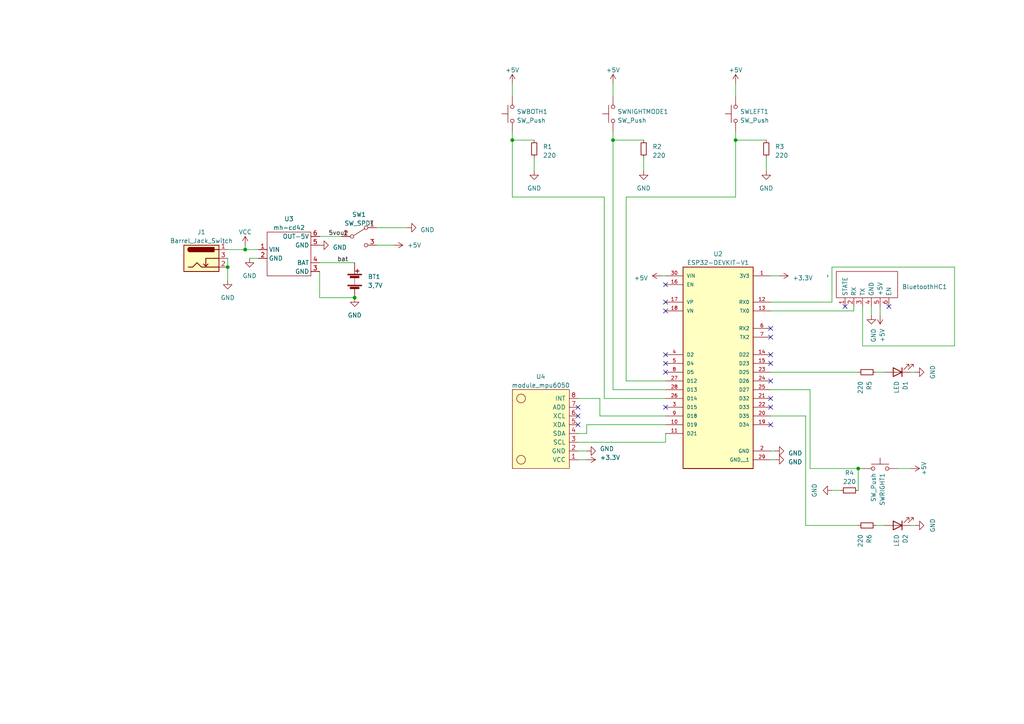
<source format=kicad_sch>
(kicad_sch (version 20230121) (generator eeschema)
  (paper "A4")
  (title_block (title "Control Remoto del Dispositivo UN Shiny Bike") (date "2023-05-24") (rev "1"))
  (lib_symbols
    (symbol "Connector:Barrel_Jack_Switch" (pin_names hide)
      (property "Reference" "J" (at 0 5.334 0))
      (property "Value" "Barrel_Jack_Switch" (at 0 -5.08 0))
      (symbol "Barrel_Jack_Switch_0_1"
        (rectangle (start -5.08 3.81) (end 5.08 -3.81) (stroke (width 0.254)) (fill (type background)))
        (arc (start -3.302 3.175) (mid -3.9343 2.54) (end -3.302 1.905) (stroke (width 0.254)))
        (arc (start -3.302 3.175) (mid -3.9343 2.54) (end -3.302 1.905) (stroke (width 0.254)) (fill (type outline)))
        (polyline (pts (xy 1.27 -2.286) (xy 1.905 -1.651)) (stroke (width 0.254)))
        (polyline (pts (xy 5.08 2.54) (xy 3.81 2.54)) (stroke (width 0.254)))
        (polyline (pts (xy 5.08 0) (xy 1.27 0) (xy 1.27 -2.286) (xy 0.635 -1.651)) (stroke (width 0.254)))
        (polyline (pts (xy -3.81 -2.54) (xy -2.54 -2.54) (xy -1.27 -1.27) (xy 0 -2.54) (xy 2.54 -2.54) (xy 5.08 -2.54)) (stroke (width 0.254)))
        (rectangle (start 3.683 3.175) (end -3.302 1.905) (stroke (width 0.254)) (fill (type outline)))
      )
      (symbol "Barrel_Jack_Switch_1_1"
        (pin passive line (at 7.62 2.54 180) (length 2.54) (name "~") (number "1"))
        (pin passive line (at 7.62 -2.54 180) (length 2.54) (name "~") (number "2"))
        (pin passive line (at 7.62 0 180) (length 2.54) (name "~") (number "3"))
      )
    )
    (symbol "Device:Battery" (pin_numbers hide) (pin_names (offset 0) hide)
      (property "Reference" "BT" (at 2.54 2.54 0))
      (property "Value" "Battery" (at 2.54 0 0))
      (symbol "Battery_0_1"
        (rectangle (start -2.032 -1.397) (end 2.032 -1.651) (fill (type outline)))
        (rectangle (start -2.032 1.778) (end 2.032 1.524) (fill (type outline)))
        (rectangle (start -1.3208 -1.9812) (end 1.27 -2.4892) (fill (type outline)))
        (rectangle (start -1.3208 1.1938) (end 1.27 0.6858) (fill (type outline)))
        (polyline (pts (xy 0 -1.524) (xy 0 -1.27)))
        (polyline (pts (xy 0 -1.016) (xy 0 -0.762)))
        (polyline (pts (xy 0 -0.508) (xy 0 -0.254)))
        (polyline (pts (xy 0 0) (xy 0 0.254)))
        (polyline (pts (xy 0 0.508) (xy 0 0.762)))
        (polyline (pts (xy 0 1.778) (xy 0 2.54)))
        (polyline (pts (xy 0.254 2.667) (xy 1.27 2.667)) (stroke (width 0.254)))
        (polyline (pts (xy 0.762 3.175) (xy 0.762 2.159)) (stroke (width 0.254)))
      )
      (symbol "Battery_1_1"
        (pin passive line (at 0 5.08 270) (length 2.54) (name "+") (number "1"))
        (pin passive line (at 0 -5.08 90) (length 2.54) (name "-") (number "2"))
      )
    )
    (symbol "Device:LED" (pin_numbers hide) (pin_names (offset 1.016) hide)
      (property "Reference" "D" (at 0 2.54 0))
      (property "Value" "LED" (at 0 -2.54 0))
      (symbol "LED_0_1"
        (polyline (pts (xy -1.27 -1.27) (xy -1.27 1.27)) (stroke (width 0.254)))
        (polyline (pts (xy -1.27 0) (xy 1.27 0)))
        (polyline (pts (xy 1.27 -1.27) (xy 1.27 1.27) (xy -1.27 0) (xy 1.27 -1.27)) (stroke (width 0.254)))
        (polyline (pts (xy -3.048 -0.762) (xy -4.572 -2.286) (xy -3.81 -2.286) (xy -4.572 -2.286) (xy -4.572 -1.524)))
        (polyline (pts (xy -1.778 -0.762) (xy -3.302 -2.286) (xy -2.54 -2.286) (xy -3.302 -2.286) (xy -3.302 -1.524)))
      )
      (symbol "LED_1_1"
        (pin passive line (at -3.81 0 0) (length 2.54) (name "K") (number "1"))
        (pin passive line (at 3.81 0 180) (length 2.54) (name "A") (number "2"))
      )
    )
    (symbol "Device:R_Small" (pin_numbers hide) (pin_names (offset 0.254) hide)
      (property "Reference" "R" (at 0.762 0.508 0))
      (property "Value" "R_Small" (at 0.762 -1.016 0))
      (symbol "R_Small_0_1"
        (rectangle (start -0.762 1.778) (end 0.762 -1.778) (stroke (width 0.2032)))
      )
      (symbol "R_Small_1_1"
        (pin passive line (at 0 2.54 270) (length 0.762) (name "~") (number "1"))
        (pin passive line (at 0 -2.54 90) (length 0.762) (name "~") (number "2"))
      )
    )
    (symbol "ESP32-DEVKIT-V1:ESP32-DEVKIT-V1" (pin_names (offset 1.016))
      (property "Reference" "U" (at -10.16 30.48 0))
      (property "Value" "ESP32-DEVKIT-V1" (at -10.16 -33.02 0))
      (symbol "ESP32-DEVKIT-V1_0_0"
        (rectangle (start -10.16 -30.48) (end 10.16 27.94) (stroke (width 0.254)) (fill (type background)))
        (pin output line (at 15.24 25.4 180) (length 5.08) (name "3V3") (number "1"))
        (pin bidirectional line (at -15.24 -17.78 0) (length 5.08) (name "D19") (number "10"))
        (pin bidirectional line (at -15.24 -20.32 0) (length 5.08) (name "D21") (number "11"))
        (pin input line (at 15.24 17.78 180) (length 5.08) (name "RX0") (number "12"))
        (pin output line (at 15.24 15.24 180) (length 5.08) (name "TX0") (number "13"))
        (pin bidirectional line (at 15.24 2.54 180) (length 5.08) (name "D22") (number "14"))
        (pin bidirectional line (at 15.24 0 180) (length 5.08) (name "D23") (number "15"))
        (pin input line (at -15.24 22.86 0) (length 5.08) (name "EN") (number "16"))
        (pin bidirectional line (at -15.24 17.78 0) (length 5.08) (name "VP") (number "17"))
        (pin bidirectional line (at -15.24 15.24 0) (length 5.08) (name "VN") (number "18"))
        (pin bidirectional line (at 15.24 -17.78 180) (length 5.08) (name "D34") (number "19"))
        (pin power_in line (at 15.24 -25.4 180) (length 5.08) (name "GND") (number "2"))
        (pin bidirectional line (at 15.24 -15.24 180) (length 5.08) (name "D35") (number "20"))
        (pin bidirectional line (at 15.24 -10.16 180) (length 5.08) (name "D32") (number "21"))
        (pin bidirectional line (at 15.24 -12.7 180) (length 5.08) (name "D33") (number "22"))
        (pin bidirectional line (at 15.24 -2.54 180) (length 5.08) (name "D25") (number "23"))
        (pin bidirectional line (at 15.24 -5.08 180) (length 5.08) (name "D26") (number "24"))
        (pin bidirectional line (at 15.24 -7.62 180) (length 5.08) (name "D27") (number "25"))
        (pin bidirectional line (at -15.24 -10.16 0) (length 5.08) (name "D14") (number "26"))
        (pin bidirectional line (at -15.24 -5.08 0) (length 5.08) (name "D12") (number "27"))
        (pin bidirectional line (at -15.24 -7.62 0) (length 5.08) (name "D13") (number "28"))
        (pin power_in line (at 15.24 -27.94 180) (length 5.08) (name "GND__1") (number "29"))
        (pin bidirectional line (at -15.24 -12.7 0) (length 5.08) (name "D15") (number "3"))
        (pin input line (at -15.24 25.4 0) (length 5.08) (name "VIN") (number "30"))
        (pin bidirectional line (at -15.24 2.54 0) (length 5.08) (name "D2") (number "4"))
        (pin bidirectional line (at -15.24 0 0) (length 5.08) (name "D4") (number "5"))
        (pin input line (at 15.24 10.16 180) (length 5.08) (name "RX2") (number "6"))
        (pin output line (at 15.24 7.62 180) (length 5.08) (name "TX2") (number "7"))
        (pin bidirectional line (at -15.24 -2.54 0) (length 5.08) (name "D5") (number "8"))
        (pin bidirectional line (at -15.24 -15.24 0) (length 5.08) (name "D18") (number "9"))
      )
    )
    (symbol "Switch:SW_Push" (pin_numbers hide) (pin_names (offset 1.016) hide)
      (property "Reference" "SW" (at 1.27 2.54 0))
      (property "Value" "SW_Push" (at 0 -1.524 0))
      (symbol "SW_Push_0_1"
        (circle (center -2.032 0) (radius 0.508))
        (polyline (pts (xy 0 1.27) (xy 0 3.048)))
        (polyline (pts (xy 2.54 1.27) (xy -2.54 1.27)))
        (circle (center 2.032 0) (radius 0.508))
        (pin passive line (at -5.08 0 0) (length 2.54) (name "1") (number "1"))
        (pin passive line (at 5.08 0 180) (length 2.54) (name "2") (number "2"))
      )
    )
    (symbol "Switch:SW_SPDT" (pin_names (offset 0) hide)
      (property "Reference" "SW" (at 0 4.318 0))
      (property "Value" "SW_SPDT" (at 0 -5.08 0))
      (symbol "SW_SPDT_0_0"
        (circle (center -2.032 0) (radius 0.508))
        (circle (center 2.032 -2.54) (radius 0.508))
      )
      (symbol "SW_SPDT_0_1"
        (polyline (pts (xy -1.524 0.254) (xy 1.651 2.286)))
        (circle (center 2.032 2.54) (radius 0.508))
      )
      (symbol "SW_SPDT_1_1"
        (pin passive line (at 5.08 2.54 180) (length 2.54) (name "A") (number "1"))
        (pin passive line (at -5.08 0 0) (length 2.54) (name "B") (number "2"))
        (pin passive line (at 5.08 -2.54 180) (length 2.54) (name "C") (number "3"))
      )
    )
    (symbol "cd42:mh-cd42"
      (property "Reference" "U" (at 0 7.62 0))
      (property "Value" "mh-cd42" (at 0 -7.62 0))
      (symbol "mh-cd42_0_1"
        (rectangle (start -6.35 6.35) (end 6.35 -6.35))
      )
      (symbol "mh-cd42_1_1"
        (pin power_in line (at -8.89 1.27 0) (length 2.54) (name "VIN") (number "1"))
        (pin passive line (at -8.89 -1.27 0) (length 2.54) (name "GND") (number "2"))
        (pin passive line (at 8.89 -5.08 180) (length 2.54) (name "GND") (number "3"))
        (pin passive line (at 8.89 -2.54 180) (length 2.54) (name "BAT") (number "4"))
        (pin passive line (at 8.89 2.54 180) (length 2.54) (name "GND") (number "5"))
        (pin power_out line (at 8.89 5.08 180) (length 2.54) (name "OUT-5V") (number "6"))
      )
    )
    (symbol "hc-05:hc-05"
      (property "Reference" "BluetoothHC05" (at 0 0 0))
      (symbol "hc-05_0_1"
        (rectangle (start -6.35 -2.54) (end 1.27 -20.32))
      )
      (symbol "hc-05_1_1"
        (pin input line (at -8.89 -5.08 0) (length 2.54) (name "STATE") (number "1"))
        (pin input line (at -8.89 -7.62 0) (length 2.54) (name "RX") (number "2"))
        (pin input line (at -8.89 -10.16 0) (length 2.54) (name "TX") (number "3"))
        (pin input line (at -8.89 -12.7 0) (length 2.54) (name "GND") (number "4"))
        (pin input line (at -8.89 -15.24 0) (length 2.54) (name "+5V") (number "5"))
        (pin input line (at -8.89 -17.78 0) (length 2.54) (name "EN") (number "6"))
      )
    )
    (symbol "power:+3.3V" (power) (pin_names (offset 0))
      (property "Value" "+3.3V" (at 0 3.556 0))
      (symbol "+3.3V_0_1"
        (polyline (pts (xy -0.762 1.27) (xy 0 2.54)))
        (polyline (pts (xy 0 0) (xy 0 2.54)))
        (polyline (pts (xy 0 2.54) (xy 0.762 1.27)))
      )
      (symbol "+3.3V_1_1"
        (pin power_in line (at 0 0 90) (length 0) hide (name "+3.3V") (number "1"))
      )
    )
    (symbol "power:+5V" (power) (pin_names (offset 0))
      (property "Value" "+5V" (at 0 3.556 0))
      (symbol "+5V_0_1"
        (polyline (pts (xy -0.762 1.27) (xy 0 2.54)))
        (polyline (pts (xy 0 0) (xy 0 2.54)))
        (polyline (pts (xy 0 2.54) (xy 0.762 1.27)))
      )
      (symbol "+5V_1_1"
        (pin power_in line (at 0 0 90) (length 0) hide (name "+5V") (number "1"))
      )
    )
    (symbol "power:GND" (power) (pin_names (offset 0))
      (property "Value" "GND" (at 0 -3.81 0))
      (symbol "GND_0_1"
        (polyline (pts (xy 0 0) (xy 0 -1.27) (xy 1.27 -1.27) (xy 0 -2.54) (xy -1.27 -1.27) (xy 0 -1.27)))
      )
      (symbol "GND_1_1"
        (pin power_in line (at 0 0 270) (length 0) hide (name "GND") (number "1"))
      )
    )
    (symbol "power:VCC" (power) (pin_names (offset 0))
      (property "Value" "VCC" (at 0 3.81 0))
      (symbol "VCC_0_1"
        (polyline (pts (xy -0.762 1.27) (xy 0 2.54)))
        (polyline (pts (xy 0 0) (xy 0 2.54)))
        (polyline (pts (xy 0 2.54) (xy 0.762 1.27)))
      )
      (symbol "VCC_1_1"
        (pin power_in line (at 0 0 90) (length 0) hide (name "VCC") (number "1"))
      )
    )
    (symbol "usini_sensors:module_mpu6050" (pin_names (offset 1.016))
      (property "Reference" "U" (at 2.54 21.59 0))
      (property "Value" "module_mpu6050" (at 11.43 -3.81 0))
      (symbol "module_mpu6050_0_1"
        (rectangle (start 2.54 20.32) (end 19.05 -2.54) (fill (type background)))
        (circle (center 16.51 0) (radius 1.27))
        (circle (center 16.51 17.78) (radius 1.27))
      )
      (symbol "module_mpu6050_1_1"
        (pin input line (at 0 17.78 0) (length 2.54) (name "VCC") (number "1"))
        (pin input line (at 0 15.24 0) (length 2.54) (name "GND") (number "2"))
        (pin input line (at 0 12.7 0) (length 2.54) (name "SCL") (number "3"))
        (pin input line (at 0 10.16 0) (length 2.54) (name "SDA") (number "4"))
        (pin input line (at 0 7.62 0) (length 2.54) (name "XDA") (number "5"))
        (pin input line (at 0 5.08 0) (length 2.54) (name "XCL") (number "6"))
        (pin input line (at 0 2.54 0) (length 2.54) (name "ADD") (number "7"))
        (pin input line (at 0 0 0) (length 2.54) (name "INT") (number "8"))
      )
    )
  )
  (junction (at 148.59 40.64))
  (junction (at 102.87 86.36))
  (junction (at 248.92 135.89))
  (junction (at 213.36 40.64))
  (junction (at 177.8 40.64))
  (junction (at 71.12 72.39))
  (junction (at 66.04 77.47))
  (no_connect (at 223.52 97.79))
  (no_connect (at 193.04 105.41))
  (no_connect (at 223.52 105.41))
  (no_connect (at 223.52 110.49))
  (no_connect (at 193.04 102.87))
  (no_connect (at 193.04 118.11))
  (no_connect (at 223.52 118.11))
  (no_connect (at 193.04 82.55))
  (no_connect (at 223.52 115.57))
  (no_connect (at 245.11 88.9))
  (no_connect (at 193.04 90.17))
  (no_connect (at 167.64 118.11))
  (no_connect (at 167.64 120.65))
  (no_connect (at 193.04 87.63))
  (no_connect (at 193.04 107.95))
  (no_connect (at 223.52 123.19))
  (no_connect (at 167.64 123.19))
  (no_connect (at 223.52 102.87))
  (no_connect (at 223.52 95.25))
  (no_connect (at 257.81 88.9))
  (wire (pts (xy 66.04 77.47) (xy 66.04 81.28)))
  (wire (pts (xy 223.52 107.95) (xy 248.92 107.95)))
  (wire (pts (xy 213.36 57.15) (xy 213.36 40.64)))
  (wire (pts (xy 177.8 113.03) (xy 177.8 40.64)))
  (wire (pts (xy 148.59 40.64) (xy 148.59 38.1)))
  (wire (pts (xy 66.04 72.39) (xy 71.12 72.39)))
  (wire (pts (xy 181.61 57.15) (xy 213.36 57.15)))
  (wire (pts (xy 92.71 76.2) (xy 102.87 76.2)))
  (wire (pts (xy 71.12 71.12) (xy 71.12 72.39)))
  (wire (pts (xy 173.99 115.57) (xy 167.64 115.57)))
  (wire (pts (xy 224.79 133.35) (xy 223.52 133.35)))
  (wire (pts (xy 241.3 87.63) (xy 241.3 77.47)))
  (wire (pts (xy 170.18 123.19) (xy 193.04 123.19)))
  (wire (pts (xy 233.68 120.65) (xy 233.68 152.4)))
  (wire (pts (xy 177.8 24.13) (xy 177.8 27.94)))
  (wire (pts (xy 72.39 74.93) (xy 74.93 74.93)))
  (wire (pts (xy 154.94 45.72) (xy 154.94 49.53)))
  (wire (pts (xy 193.04 110.49) (xy 181.61 110.49)))
  (wire (pts (xy 71.12 72.39) (xy 74.93 72.39)))
  (wire (pts (xy 170.18 125.73) (xy 170.18 123.19)))
  (wire (pts (xy 256.54 152.4) (xy 254 152.4)) (stroke (width 0.1524)))
  (wire (pts (xy 92.71 68.58) (xy 99.06 68.58)))
  (wire (pts (xy 241.3 77.47) (xy 276.86 77.47)))
  (wire (pts (xy 186.69 45.72) (xy 186.69 49.53)))
  (wire (pts (xy 177.8 40.64) (xy 177.8 38.1)))
  (wire (pts (xy 167.64 125.73) (xy 170.18 125.73)))
  (wire (pts (xy 170.18 130.81) (xy 167.64 130.81)))
  (wire (pts (xy 181.61 110.49) (xy 181.61 57.15)))
  (wire (pts (xy 193.04 128.27) (xy 167.64 128.27)))
  (wire (pts (xy 193.04 115.57) (xy 175.26 115.57)))
  (wire (pts (xy 265.43 152.4) (xy 264.16 152.4)))
  (wire (pts (xy 193.04 120.65) (xy 173.99 120.65)))
  (wire (pts (xy 223.52 120.65) (xy 233.68 120.65)))
  (wire (pts (xy 276.86 100.33) (xy 250.19 100.33)))
  (wire (pts (xy 234.95 135.89) (xy 248.92 135.89)))
  (wire (pts (xy 213.36 24.13) (xy 213.36 27.94)))
  (wire (pts (xy 148.59 40.64) (xy 154.94 40.64)))
  (wire (pts (xy 264.16 135.89) (xy 260.35 135.89)))
  (wire (pts (xy 66.04 74.93) (xy 66.04 77.47)))
  (wire (pts (xy 234.95 113.03) (xy 234.95 135.89)))
  (wire (pts (xy 193.04 125.73) (xy 193.04 128.27)))
  (wire (pts (xy 177.8 40.64) (xy 186.69 40.64)))
  (wire (pts (xy 148.59 57.15) (xy 148.59 40.64)))
  (wire (pts (xy 92.71 78.74) (xy 92.71 86.36)))
  (wire (pts (xy 191.77 80.01) (xy 193.04 80.01)))
  (wire (pts (xy 233.68 152.4) (xy 248.92 152.4)))
  (wire (pts (xy 248.92 135.89) (xy 250.19 135.89)))
  (wire (pts (xy 241.3 142.24) (xy 243.84 142.24)))
  (wire (pts (xy 175.26 57.15) (xy 148.59 57.15)))
  (wire (pts (xy 114.3 71.12) (xy 109.22 71.12)))
  (wire (pts (xy 175.26 115.57) (xy 175.26 57.15)))
  (wire (pts (xy 170.18 133.35) (xy 167.64 133.35)))
  (wire (pts (xy 223.52 90.17) (xy 247.65 90.17)))
  (wire (pts (xy 148.59 24.13) (xy 148.59 27.94)))
  (wire (pts (xy 276.86 77.47) (xy 276.86 100.33)))
  (wire (pts (xy 173.99 120.65) (xy 173.99 115.57)))
  (wire (pts (xy 92.71 86.36) (xy 102.87 86.36)))
  (wire (pts (xy 226.06 80.01) (xy 223.52 80.01)))
  (wire (pts (xy 250.19 100.33) (xy 250.19 88.9)))
  (wire (pts (xy 252.73 91.44) (xy 252.73 88.9)))
  (wire (pts (xy 256.54 107.95) (xy 254 107.95)) (stroke (width 0.1524)))
  (wire (pts (xy 213.36 40.64) (xy 222.25 40.64)))
  (wire (pts (xy 223.52 87.63) (xy 241.3 87.63)))
  (wire (pts (xy 265.43 107.95) (xy 264.16 107.95)))
  (wire (pts (xy 109.22 66.04) (xy 118.11 66.04)))
  (wire (pts (xy 255.27 91.44) (xy 255.27 88.9)))
  (wire (pts (xy 248.92 135.89) (xy 248.92 142.24)))
  (wire (pts (xy 247.65 90.17) (xy 247.65 88.9)))
  (wire (pts (xy 224.79 130.81) (xy 223.52 130.81)))
  (wire (pts (xy 223.52 113.03) (xy 234.95 113.03)))
  (wire (pts (xy 222.25 45.72) (xy 222.25 49.53)))
  (wire (pts (xy 193.04 113.03) (xy 177.8 113.03)))
  (wire (pts (xy 213.36 40.64) (xy 213.36 38.1)))
  (label "bat" (at 97.79 76.2 0))
  (label "5vout" (at 95.25 68.58 0))
  (symbol (lib_id "ESP32-DEVKIT-V1:ESP32-DEVKIT-V1") (at 208.28 105.41 0) (unit 1)
    (property "Reference" "U2" (at 208.28 73.66 0))
    (property "Value" "ESP32-DEVKIT-V1" (at 208.28 76.2 0))
    (property "Footprint" "ESP32FOOTP:MODULE_ESP32_DEVKIT_V1" (effects hide))
    (property "PARTREV" "N/A" (effects hide))
    (property "STANDARD" "Manufacturer Recommendations" (effects hide))
    (property "MAXIMUM_PACKAGE_HEIGHT" "6.8 mm" (effects hide))
    (property "MANUFACTURER" "DOIT" (effects hide))
  )
  (symbol (lib_id "Switch:SW_Push") (at 148.59 33.02 90) (unit 1)
    (property "Reference" "SWBOTH1" (at 149.86 32.385 90) (effects (justify right)))
    (property "Value" "SW_Push" (at 149.86 34.925 90) (effects (justify right)))
    (property "Footprint" "Button_Switch_THT:SW_PUSH-12mm" (effects hide))
  )
  (symbol (lib_id "usini_sensors:module_mpu6050") (at 167.64 115.57 180) (unit 1)
    (property "Reference" "U4" (at 156.845 109.22 0))
    (property "Value" "module_mpu6050" (at 156.845 111.76 0))
    (property "Footprint" "usini_sensors:module_mpu6050" (effects hide))
  )
  (symbol (lib_id "power:+5V") (at 264.16 135.89 270) (unit 1)
    (property "Reference" "#PWR019" (effects hide))
    (property "Value" "+5V" (at 267.97 135.89 0))
  )
  (symbol (lib_id "power:GND") (at 154.94 49.53 0) (unit 1)
    (property "Reference" "#PWR024" (effects hide))
    (property "Value" "GND" (at 154.94 54.61 0))
  )
  (symbol (lib_id "Device:R_Small") (at 154.94 43.18 180) (unit 1)
    (property "Reference" "R1" (at 157.48 42.545 0) (effects (justify right)))
    (property "Value" "220" (at 157.48 45.085 0) (effects (justify right)))
    (property "Footprint" "Resistor_THT:R_Axial_DIN0207_L6.3mm_D2.5mm_P7.62mm_Horizontal" (effects hide))
  )
  (symbol (lib_id "power:+5V") (at 114.3 71.12 270) (unit 1)
    (property "Reference" "#PWR05" (effects hide))
    (property "Value" "+5V" (at 118.11 71.12 90) (effects (justify left)))
  )
  (symbol (lib_id "power:+3.3V") (at 226.06 80.01 270) (unit 1)
    (property "Reference" "#PWR06" (effects hide))
    (property "Value" "+3.3V" (at 229.87 80.645 90) (effects (justify left)))
  )
  (symbol (lib_id "power:+5V") (at 191.77 80.01 90) (unit 1)
    (property "Reference" "#PWR09" (effects hide))
    (property "Value" "+5V" (at 187.96 80.645 90) (effects (justify left)))
  )
  (symbol (lib_id "power:GND") (at 241.3 142.24 270) (unit 1)
    (property "Reference" "#PWR015" (effects hide))
    (property "Value" "GND" (at 236.22 142.24 0))
  )
  (symbol (lib_id "power:VCC") (at 71.12 71.12 0) (unit 1)
    (property "Reference" "#PWR026" (effects hide))
    (property "Value" "VCC" (at 71.12 67.31 0))
  )
  (symbol (lib_id "Switch:SW_Push") (at 177.8 33.02 90) (unit 1)
    (property "Reference" "SWNIGHTMODE1" (at 179.07 32.385 90) (effects (justify right)))
    (property "Value" "SW_Push" (at 179.07 34.925 90) (effects (justify right)))
    (property "Footprint" "Button_Switch_THT:SW_PUSH-12mm" (effects hide))
  )
  (symbol (lib_id "Device:R_Small") (at 246.38 142.24 270) (unit 1)
    (property "Reference" "R4" (at 246.38 137.16 90))
    (property "Value" "220" (at 246.38 139.7 90))
    (property "Footprint" "Resistor_THT:R_Axial_DIN0207_L6.3mm_D2.5mm_P7.62mm_Horizontal" (effects hide))
  )
  (symbol (lib_id "power:GND") (at 102.87 86.36 0) (unit 1)
    (property "Reference" "#PWR01" (effects hide))
    (property "Value" "GND" (at 102.87 91.44 0))
  )
  (symbol (lib_id "Device:R_Small") (at 222.25 43.18 180) (unit 1)
    (property "Reference" "R3" (at 224.79 42.545 0) (effects (justify right)))
    (property "Value" "220" (at 224.79 45.085 0) (effects (justify right)))
    (property "Footprint" "Resistor_THT:R_Axial_DIN0207_L6.3mm_D2.5mm_P7.62mm_Horizontal" (effects hide))
  )
  (symbol (lib_id "Device:R_Small") (at 251.46 152.4 90) (unit 1)
    (property "Reference" "R6" (at 252.095 154.94 0) (effects (justify right)))
    (property "Value" "220" (at 249.555 154.94 0) (effects (justify right)))
    (property "Footprint" "Resistor_THT:R_Axial_DIN0207_L6.3mm_D2.5mm_P7.62mm_Horizontal" (effects hide))
  )
  (symbol (lib_id "Device:R_Small") (at 251.46 107.95 90) (unit 1)
    (property "Reference" "R5" (at 252.095 110.49 0) (effects (justify right)))
    (property "Value" "220" (at 249.555 110.49 0) (effects (justify right)))
    (property "Footprint" "Resistor_THT:R_Axial_DIN0207_L6.3mm_D2.5mm_P7.62mm_Horizontal" (effects hide))
  )
  (symbol (lib_id "Device:LED") (at 260.35 152.4 180) (unit 1)
    (property "Reference" "D2" (at 262.5725 154.94 90) (effects (justify left)))
    (property "Value" "LED" (at 260.0325 154.94 90) (effects (justify left)))
    (property "Footprint" "LED_THT:LED_D4.0mm" (effects hide))
  )
  (symbol (lib_id "power:GND") (at 118.11 66.04 90) (unit 1)
    (property "Reference" "#PWR014" (effects hide))
    (property "Value" "GND" (at 121.92 66.675 90) (effects (justify right)))
  )
  (symbol (lib_id "hc-05:hc-05") (at 240.03 80.01 90) (unit 1)
    (property "Reference" "BluetoothHC1" (at 261.62 83.185 90) (effects (justify right)))
    (property "Value" "~" (at 240.03 80.01 0))
    (property "Footprint" "hc-05:hc-05" (effects hide))
  )
  (symbol (lib_id "power:GND") (at 186.69 49.53 0) (unit 1)
    (property "Reference" "#PWR017" (effects hide))
    (property "Value" "GND" (at 186.69 54.61 0))
  )
  (symbol (lib_id "Device:LED") (at 260.35 107.95 180) (unit 1)
    (property "Reference" "D1" (at 262.5725 110.49 90) (effects (justify left)))
    (property "Value" "LED" (at 260.0325 110.49 90) (effects (justify left)))
    (property "Footprint" "LED_THT:LED_D4.0mm" (effects hide))
  )
  (symbol (lib_id "Switch:SW_Push") (at 213.36 33.02 90) (unit 1)
    (property "Reference" "SWLEFT1" (at 214.63 32.385 90) (effects (justify right)))
    (property "Value" "SW_Push" (at 214.63 34.925 90) (effects (justify right)))
    (property "Footprint" "Button_Switch_THT:SW_PUSH-12mm" (effects hide))
  )
  (symbol (lib_id "Switch:SW_Push") (at 255.27 135.89 0) (unit 1)
    (property "Reference" "SWRIGHT1" (at 255.905 137.16 90) (effects (justify right)))
    (property "Value" "SW_Push" (at 253.365 137.16 90) (effects (justify right)))
    (property "Footprint" "Button_Switch_THT:SW_PUSH-12mm" (effects hide))
  )
  (symbol (lib_id "Device:R_Small") (at 186.69 43.18 180) (unit 1)
    (property "Reference" "R2" (at 189.23 42.545 0) (effects (justify right)))
    (property "Value" "220" (at 189.23 45.085 0) (effects (justify right)))
    (property "Footprint" "Resistor_THT:R_Axial_DIN0207_L6.3mm_D2.5mm_P7.62mm_Horizontal" (effects hide))
  )
  (symbol (lib_id "power:GND") (at 92.71 71.12 90) (unit 1)
    (property "Reference" "#PWR04" (effects hide))
    (property "Value" "GND" (at 96.52 71.755 90) (effects (justify right)))
  )
  (symbol (lib_id "power:+5V") (at 148.59 24.13 0) (unit 1)
    (property "Reference" "#PWR020" (effects hide))
    (property "Value" "+5V" (at 148.59 20.32 0))
  )
  (symbol (lib_id "power:GND") (at 170.18 130.81 90) (unit 1)
    (property "Reference" "#PWR08" (effects hide))
    (property "Value" "GND" (at 173.99 130.175 90) (effects (justify right)))
  )
  (symbol (lib_id "power:GND") (at 222.25 49.53 0) (unit 1)
    (property "Reference" "#PWR016" (effects hide))
    (property "Value" "GND" (at 222.25 54.61 0))
  )
  (symbol (lib_id "power:+5V") (at 213.36 24.13 0) (unit 1)
    (property "Reference" "#PWR018" (effects hide))
    (property "Value" "+5V" (at 213.36 20.32 0))
  )
  (symbol (lib_id "power:GND") (at 252.73 91.44 0) (unit 1)
    (property "Reference" "#PWR011" (effects hide))
    (property "Value" "GND" (at 253.365 95.25 90) (effects (justify right)))
  )
  (symbol (lib_id "power:GND") (at 224.79 130.81 90) (unit 1)
    (property "Reference" "#PWR012" (effects hide))
    (property "Value" "GND" (at 228.6 131.445 90) (effects (justify right)))
  )
  (symbol (lib_id "Device:Battery") (at 102.87 81.28 0) (unit 1)
    (property "Reference" "BT1" (at 106.68 80.264 0) (effects (justify left)))
    (property "Value" "3,7V" (at 106.68 82.804 0) (effects (justify left)))
    (property "Footprint" "Connector_Wire:SolderWire-0.1sqmm_1x02_P3.6mm_D0.4mm_OD1mm" (effects hide))
  )
  (symbol (lib_id "power:+3.3V") (at 170.18 133.35 270) (unit 1)
    (property "Reference" "#PWR07" (effects hide))
    (property "Value" "+3.3V" (at 173.99 132.715 90) (effects (justify left)))
  )
  (symbol (lib_id "cd42:mh-cd42") (at 83.82 73.66 0) (unit 1)
    (property "Reference" "U3" (at 83.82 63.5 0))
    (property "Value" "mh-cd42" (at 83.82 66.04 0))
    (property "Footprint" "cd42:mh-cd42" (effects hide))
  )
  (symbol (lib_id "Connector:Barrel_Jack_Switch") (at 58.42 74.93 0) (unit 1)
    (property "Reference" "J1" (at 58.42 67.31 0))
    (property "Value" "Barrel_Jack_Switch" (at 58.42 69.85 0))
    (property "Footprint" "Connector_BarrelJack:BarrelJack_Horizontal" (effects hide))
  )
  (symbol (lib_id "power:GND") (at 72.39 74.93 0) (unit 1)
    (property "Reference" "#PWR03" (effects hide))
    (property "Value" "GND" (at 72.39 80.01 0))
  )
  (symbol (lib_id "power:GND") (at 224.79 133.35 90) (unit 1)
    (property "Reference" "#PWR013" (effects hide))
    (property "Value" "GND" (at 228.6 133.985 90) (effects (justify right)))
  )
  (symbol (lib_id "power:GND") (at 265.43 152.4 90) (unit 1)
    (property "Reference" "#PWR022" (effects hide))
    (property "Value" "GND" (at 270.51 152.4 0))
  )
  (symbol (lib_id "power:+5V") (at 177.8 24.13 0) (unit 1)
    (property "Reference" "#PWR023" (effects hide))
    (property "Value" "+5V" (at 177.8 20.32 0))
  )
  (symbol (lib_id "power:GND") (at 265.43 107.95 90) (unit 1)
    (property "Reference" "#PWR021" (effects hide))
    (property "Value" "GND" (at 270.51 107.95 0))
  )
  (symbol (lib_id "Switch:SW_SPDT") (at 104.14 68.58 0) (unit 1)
    (property "Reference" "SW1" (at 104.14 62.23 0))
    (property "Value" "SW_SPDT" (at 104.14 64.77 0))
    (property "Footprint" "Connector_Wire:SolderWire-0.1sqmm_1x03_P3.6mm_D0.4mm_OD1mm" (effects hide))
  )
  (symbol (lib_id "power:GND") (at 66.04 81.28 0) (unit 1)
    (property "Reference" "#PWR02" (effects hide))
    (property "Value" "GND" (at 66.04 86.36 0))
  )
  (symbol (lib_id "power:+5V") (at 255.27 91.44 180) (unit 1)
    (property "Reference" "#PWR010" (effects hide))
    (property "Value" "+5V" (at 255.905 95.25 90) (effects (justify left)))
  )
)
</source>
